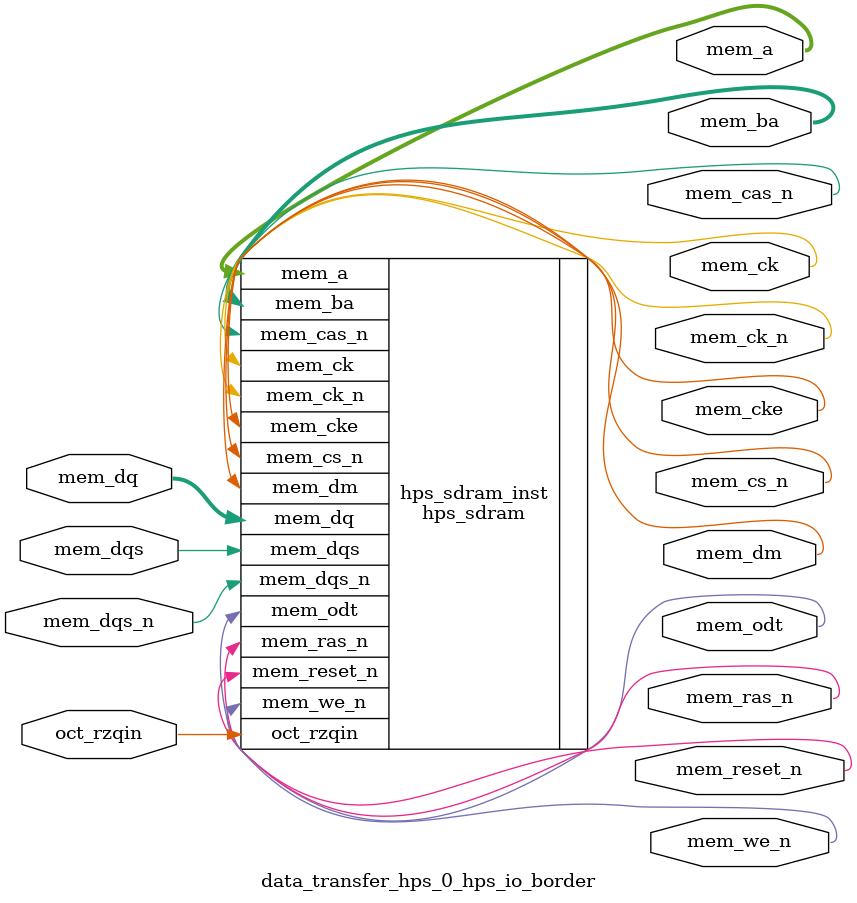
<source format=sv>


module data_transfer_hps_0_hps_io_border(
// memory
  output wire [13 - 1 : 0 ] mem_a
 ,output wire [3 - 1 : 0 ] mem_ba
 ,output wire [1 - 1 : 0 ] mem_ck
 ,output wire [1 - 1 : 0 ] mem_ck_n
 ,output wire [1 - 1 : 0 ] mem_cke
 ,output wire [1 - 1 : 0 ] mem_cs_n
 ,output wire [1 - 1 : 0 ] mem_ras_n
 ,output wire [1 - 1 : 0 ] mem_cas_n
 ,output wire [1 - 1 : 0 ] mem_we_n
 ,output wire [1 - 1 : 0 ] mem_reset_n
 ,inout wire [8 - 1 : 0 ] mem_dq
 ,inout wire [1 - 1 : 0 ] mem_dqs
 ,inout wire [1 - 1 : 0 ] mem_dqs_n
 ,output wire [1 - 1 : 0 ] mem_odt
 ,output wire [1 - 1 : 0 ] mem_dm
 ,input wire [1 - 1 : 0 ] oct_rzqin
);


hps_sdram hps_sdram_inst(
 .mem_dq({
    mem_dq[7:0] // 7:0
  })
,.mem_odt({
    mem_odt[0:0] // 0:0
  })
,.mem_ras_n({
    mem_ras_n[0:0] // 0:0
  })
,.mem_dqs_n({
    mem_dqs_n[0:0] // 0:0
  })
,.mem_dqs({
    mem_dqs[0:0] // 0:0
  })
,.mem_dm({
    mem_dm[0:0] // 0:0
  })
,.mem_we_n({
    mem_we_n[0:0] // 0:0
  })
,.mem_cas_n({
    mem_cas_n[0:0] // 0:0
  })
,.mem_ba({
    mem_ba[2:0] // 2:0
  })
,.mem_a({
    mem_a[12:0] // 12:0
  })
,.mem_cs_n({
    mem_cs_n[0:0] // 0:0
  })
,.mem_ck({
    mem_ck[0:0] // 0:0
  })
,.mem_cke({
    mem_cke[0:0] // 0:0
  })
,.oct_rzqin({
    oct_rzqin[0:0] // 0:0
  })
,.mem_reset_n({
    mem_reset_n[0:0] // 0:0
  })
,.mem_ck_n({
    mem_ck_n[0:0] // 0:0
  })
);

endmodule


</source>
